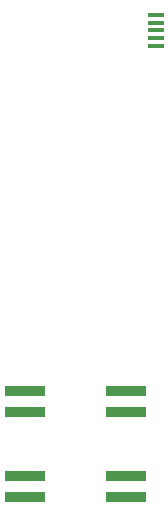
<source format=gbr>
%TF.GenerationSoftware,KiCad,Pcbnew,(5.1.9-16-g1737927814)-1*%
%TF.CreationDate,2021-10-14T17:25:43-05:00*%
%TF.ProjectId,adbuino,61646275-696e-46f2-9e6b-696361645f70,rev?*%
%TF.SameCoordinates,Original*%
%TF.FileFunction,Paste,Bot*%
%TF.FilePolarity,Positive*%
%FSLAX46Y46*%
G04 Gerber Fmt 4.6, Leading zero omitted, Abs format (unit mm)*
G04 Created by KiCad (PCBNEW (5.1.9-16-g1737927814)-1) date 2021-10-14 17:25:43*
%MOMM*%
%LPD*%
G01*
G04 APERTURE LIST*
%ADD10R,3.500000X0.900000*%
%ADD11R,1.400000X0.400000*%
G04 APERTURE END LIST*
D10*
%TO.C,J5*%
X33156000Y-62810000D03*
X33156000Y-64610000D03*
X33156000Y-70010000D03*
X33156000Y-71810000D03*
%TD*%
%TO.C,J4*%
X41774000Y-71810000D03*
X41774000Y-70010000D03*
X41774000Y-64610000D03*
X41774000Y-62810000D03*
%TD*%
D11*
%TO.C,J2*%
X44243000Y-33558000D03*
X44243000Y-32908000D03*
X44243000Y-32258000D03*
X44243000Y-31608000D03*
X44243000Y-30958000D03*
%TD*%
M02*

</source>
